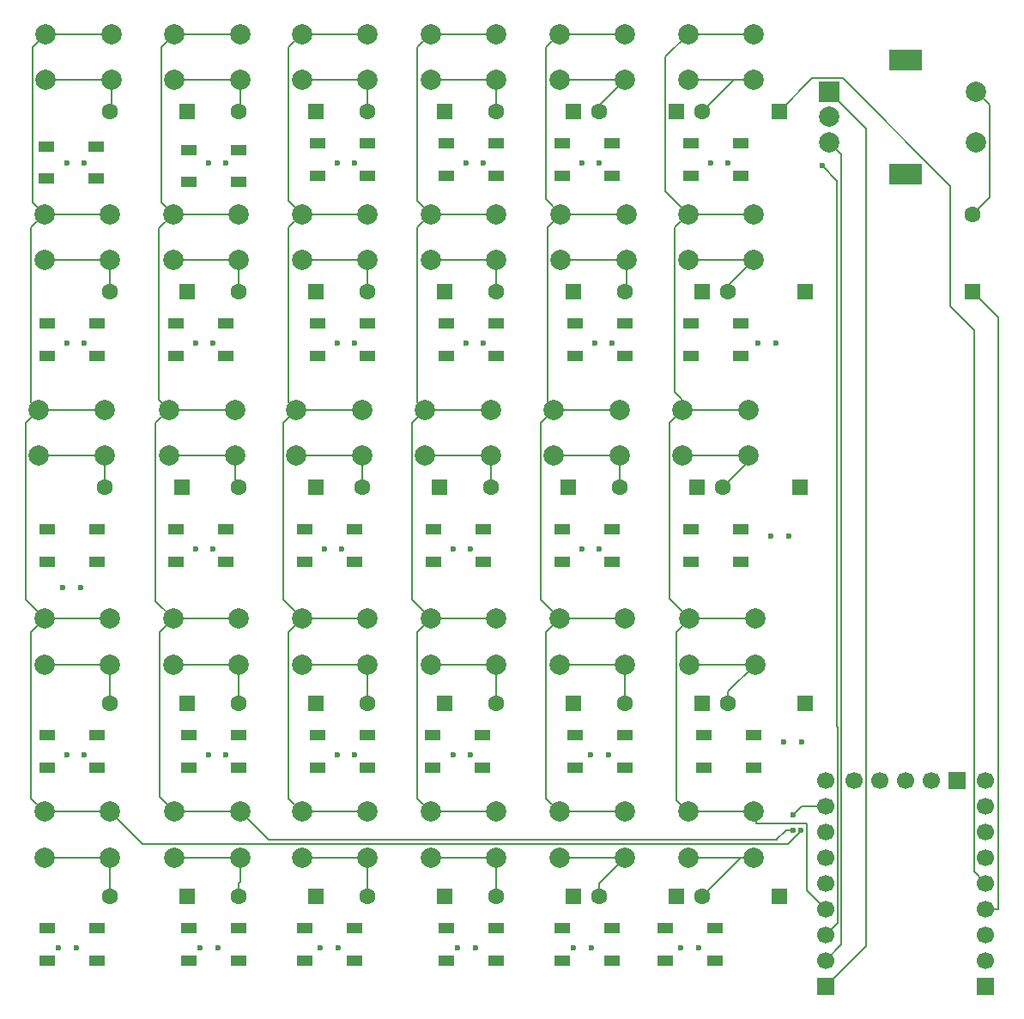
<source format=gbr>
%TF.GenerationSoftware,KiCad,Pcbnew,9.0.7*%
%TF.CreationDate,2026-02-20T03:41:17+09:00*%
%TF.ProjectId,YmmKeyboardMX,596d6d4b-6579-4626-9f61-72644d582e6b,rev?*%
%TF.SameCoordinates,Original*%
%TF.FileFunction,Copper,L1,Top*%
%TF.FilePolarity,Positive*%
%FSLAX46Y46*%
G04 Gerber Fmt 4.6, Leading zero omitted, Abs format (unit mm)*
G04 Created by KiCad (PCBNEW 9.0.7) date 2026-02-20 03:41:17*
%MOMM*%
%LPD*%
G01*
G04 APERTURE LIST*
G04 Aperture macros list*
%AMRoundRect*
0 Rectangle with rounded corners*
0 $1 Rounding radius*
0 $2 $3 $4 $5 $6 $7 $8 $9 X,Y pos of 4 corners*
0 Add a 4 corners polygon primitive as box body*
4,1,4,$2,$3,$4,$5,$6,$7,$8,$9,$2,$3,0*
0 Add four circle primitives for the rounded corners*
1,1,$1+$1,$2,$3*
1,1,$1+$1,$4,$5*
1,1,$1+$1,$6,$7*
1,1,$1+$1,$8,$9*
0 Add four rect primitives between the rounded corners*
20,1,$1+$1,$2,$3,$4,$5,0*
20,1,$1+$1,$4,$5,$6,$7,0*
20,1,$1+$1,$6,$7,$8,$9,0*
20,1,$1+$1,$8,$9,$2,$3,0*%
G04 Aperture macros list end*
%TA.AperFunction,ComponentPad*%
%ADD10RoundRect,0.250000X0.550000X0.550000X-0.550000X0.550000X-0.550000X-0.550000X0.550000X-0.550000X0*%
%TD*%
%TA.AperFunction,ComponentPad*%
%ADD11C,1.600000*%
%TD*%
%TA.AperFunction,SMDPad,CuDef*%
%ADD12R,1.500000X1.000000*%
%TD*%
%TA.AperFunction,ComponentPad*%
%ADD13C,2.000000*%
%TD*%
%TA.AperFunction,ComponentPad*%
%ADD14RoundRect,0.250000X0.550000X-0.550000X0.550000X0.550000X-0.550000X0.550000X-0.550000X-0.550000X0*%
%TD*%
%TA.AperFunction,ComponentPad*%
%ADD15R,2.000000X2.000000*%
%TD*%
%TA.AperFunction,ComponentPad*%
%ADD16R,3.200000X2.000000*%
%TD*%
%TA.AperFunction,ComponentPad*%
%ADD17R,1.700000X1.700000*%
%TD*%
%TA.AperFunction,ComponentPad*%
%ADD18C,1.700000*%
%TD*%
%TA.AperFunction,ViaPad*%
%ADD19C,0.600000*%
%TD*%
%TA.AperFunction,Conductor*%
%ADD20C,0.200000*%
%TD*%
G04 APERTURE END LIST*
D10*
%TO.P,D5,1,K*%
%TO.N,Net-(D2-K)*%
X185420000Y-35560000D03*
D11*
%TO.P,D5,2,A*%
%TO.N,Net-(D5-A)*%
X177800000Y-35560000D03*
%TD*%
D12*
%TO.P,D44,1,VSS*%
%TO.N,GND*%
X133530000Y-76810000D03*
%TO.P,D44,2,DIN*%
%TO.N,Net-(D43-DOUT)*%
X133530000Y-80010000D03*
%TO.P,D44,3,VDD*%
%TO.N,+5V*%
X138430000Y-80010000D03*
%TO.P,D44,4,DOUT*%
%TO.N,Net-(D44-DOUT)*%
X138430000Y-76810000D03*
%TD*%
D10*
%TO.P,D19,1,K*%
%TO.N,Net-(D14-K)*%
X207720000Y-72680000D03*
D11*
%TO.P,D19,2,A*%
%TO.N,Net-(D19-A)*%
X200100000Y-72680000D03*
%TD*%
D13*
%TO.P,SW18,1,1*%
%TO.N,Net-(SW12-Pad1)*%
X183440000Y-65060000D03*
X189940000Y-65060000D03*
%TO.P,SW18,2,2*%
%TO.N,Net-(D18-A)*%
X183440000Y-69560000D03*
X189940000Y-69560000D03*
%TD*%
D10*
%TO.P,D31,1,K*%
%TO.N,Net-(D26-K)*%
X205740000Y-113030000D03*
D11*
%TO.P,D31,2,A*%
%TO.N,Net-(D31-A)*%
X198120000Y-113030000D03*
%TD*%
D13*
%TO.P,SW19,1,1*%
%TO.N,Net-(SW13-Pad1)*%
X196140000Y-65060000D03*
X202640000Y-65060000D03*
%TO.P,SW19,2,2*%
%TO.N,Net-(D19-A)*%
X196140000Y-69560000D03*
X202640000Y-69560000D03*
%TD*%
D12*
%TO.P,D46,1,VSS*%
%TO.N,GND*%
X158930000Y-76810000D03*
%TO.P,D46,2,DIN*%
%TO.N,Net-(D45-DOUT)*%
X158930000Y-80010000D03*
%TO.P,D46,3,VDD*%
%TO.N,+5V*%
X163830000Y-80010000D03*
%TO.P,D46,4,DOUT*%
%TO.N,Net-(D46-DOUT)*%
X163830000Y-76810000D03*
%TD*%
D13*
%TO.P,SW31,1,1*%
%TO.N,Net-(SW13-Pad1)*%
X196700000Y-104720000D03*
X203200000Y-104720000D03*
%TO.P,SW31,2,2*%
%TO.N,Net-(D31-A)*%
X196700000Y-109220000D03*
X203200000Y-109220000D03*
%TD*%
D12*
%TO.P,D49,1,VSS*%
%TO.N,GND*%
X197030000Y-76810000D03*
%TO.P,D49,2,DIN*%
%TO.N,Net-(D48-DOUT)*%
X197030000Y-80010000D03*
%TO.P,D49,3,VDD*%
%TO.N,+5V*%
X201930000Y-80010000D03*
%TO.P,D49,4,DOUT*%
%TO.N,Net-(D49-DOUT)*%
X201930000Y-76810000D03*
%TD*%
D10*
%TO.P,D3,1,K*%
%TO.N,Net-(D2-K)*%
X160020000Y-35560000D03*
D11*
%TO.P,D3,2,A*%
%TO.N,Net-(D3-A)*%
X152400000Y-35560000D03*
%TD*%
D10*
%TO.P,D18,1,K*%
%TO.N,Net-(D14-K)*%
X197560000Y-72680000D03*
D11*
%TO.P,D18,2,A*%
%TO.N,Net-(D18-A)*%
X189940000Y-72680000D03*
%TD*%
D12*
%TO.P,D35,1,VSS*%
%TO.N,GND*%
X172900000Y-38710000D03*
%TO.P,D35,2,DIN*%
%TO.N,Net-(D34-DOUT)*%
X172900000Y-41910000D03*
%TO.P,D35,3,VDD*%
%TO.N,+5V*%
X177800000Y-41910000D03*
%TO.P,D35,4,DOUT*%
%TO.N,Net-(D35-DOUT)*%
X177800000Y-38710000D03*
%TD*%
D10*
%TO.P,D26,1,K*%
%TO.N,Net-(D26-K)*%
X147320000Y-113030000D03*
D11*
%TO.P,D26,2,A*%
%TO.N,Net-(D26-A)*%
X139700000Y-113030000D03*
%TD*%
D13*
%TO.P,SW7,1,1*%
%TO.N,Net-(SW13-Pad1)*%
X196700000Y-27940000D03*
X203200000Y-27940000D03*
%TO.P,SW7,2,2*%
%TO.N,Net-(D7-A)*%
X196700000Y-32440000D03*
X203200000Y-32440000D03*
%TD*%
D10*
%TO.P,D6,1,K*%
%TO.N,Net-(D2-K)*%
X195580000Y-35560000D03*
D11*
%TO.P,D6,2,A*%
%TO.N,Net-(D6-A)*%
X187960000Y-35560000D03*
%TD*%
D12*
%TO.P,D1,1,VSS*%
%TO.N,GND*%
X133440000Y-39040000D03*
%TO.P,D1,2,DIN*%
%TO.N,Net-(D1-DIN)*%
X133440000Y-42240000D03*
%TO.P,D1,3,VDD*%
%TO.N,+5V*%
X138340000Y-42240000D03*
%TO.P,D1,4,DOUT*%
%TO.N,Net-(D1-DOUT)*%
X138340000Y-39040000D03*
%TD*%
D10*
%TO.P,D27,1,K*%
%TO.N,Net-(D26-K)*%
X160020000Y-113030000D03*
D11*
%TO.P,D27,2,A*%
%TO.N,Net-(D27-A)*%
X152400000Y-113030000D03*
%TD*%
D12*
%TO.P,D56,1,VSS*%
%TO.N,GND*%
X133530000Y-116180000D03*
%TO.P,D56,2,DIN*%
%TO.N,Net-(D55-DOUT)*%
X133530000Y-119380000D03*
%TO.P,D56,3,VDD*%
%TO.N,+5V*%
X138430000Y-119380000D03*
%TO.P,D56,4,DOUT*%
%TO.N,Net-(D56-DOUT)*%
X138430000Y-116180000D03*
%TD*%
D10*
%TO.P,D15,1,K*%
%TO.N,Net-(D14-K)*%
X160020000Y-72680000D03*
D11*
%TO.P,D15,2,A*%
%TO.N,Net-(D15-A)*%
X152400000Y-72680000D03*
%TD*%
D13*
%TO.P,SW22,1,1*%
%TO.N,Net-(SW10-Pad1)*%
X158600000Y-85670000D03*
X165100000Y-85670000D03*
%TO.P,SW22,2,2*%
%TO.N,Net-(D22-A)*%
X158600000Y-90170000D03*
X165100000Y-90170000D03*
%TD*%
D12*
%TO.P,D33,1,VSS*%
%TO.N,GND*%
X147500000Y-39370000D03*
%TO.P,D33,2,DIN*%
%TO.N,Net-(D1-DOUT)*%
X147500000Y-42570000D03*
%TO.P,D33,3,VDD*%
%TO.N,+5V*%
X152400000Y-42570000D03*
%TO.P,D33,4,DOUT*%
%TO.N,Net-(D33-DOUT)*%
X152400000Y-39370000D03*
%TD*%
D13*
%TO.P,SW29,1,1*%
%TO.N,Net-(SW11-Pad1)*%
X171300000Y-104720000D03*
X177800000Y-104720000D03*
%TO.P,SW29,2,2*%
%TO.N,Net-(D29-A)*%
X171300000Y-109220000D03*
X177800000Y-109220000D03*
%TD*%
D10*
%TO.P,D28,1,K*%
%TO.N,Net-(D26-K)*%
X172720000Y-113030000D03*
D11*
%TO.P,D28,2,A*%
%TO.N,Net-(D28-A)*%
X165100000Y-113030000D03*
%TD*%
D13*
%TO.P,SW4,1,1*%
%TO.N,Net-(SW10-Pad1)*%
X158600000Y-27940000D03*
X165100000Y-27940000D03*
%TO.P,SW4,2,2*%
%TO.N,Net-(D4-A)*%
X158600000Y-32440000D03*
X165100000Y-32440000D03*
%TD*%
D10*
%TO.P,D13,1,K*%
%TO.N,Net-(D10-K)*%
X208280000Y-53340000D03*
D11*
%TO.P,D13,2,A*%
%TO.N,Net-(D13-A)*%
X200660000Y-53340000D03*
%TD*%
D13*
%TO.P,SW16,1,1*%
%TO.N,Net-(SW10-Pad1)*%
X158040000Y-65060000D03*
X164540000Y-65060000D03*
%TO.P,SW16,2,2*%
%TO.N,Net-(D16-A)*%
X158040000Y-69560000D03*
X164540000Y-69560000D03*
%TD*%
D10*
%TO.P,D8,1,K*%
%TO.N,Net-(D10-K)*%
X147320000Y-53340000D03*
D11*
%TO.P,D8,2,A*%
%TO.N,Net-(D8-A)*%
X139700000Y-53340000D03*
%TD*%
D12*
%TO.P,D50,1,VSS*%
%TO.N,GND*%
X133530000Y-97130000D03*
%TO.P,D50,2,DIN*%
%TO.N,Net-(D49-DOUT)*%
X133530000Y-100330000D03*
%TO.P,D50,3,VDD*%
%TO.N,+5V*%
X138430000Y-100330000D03*
%TO.P,D50,4,DOUT*%
%TO.N,Net-(D50-DOUT)*%
X138430000Y-97130000D03*
%TD*%
D10*
%TO.P,D4,1,K*%
%TO.N,Net-(D2-K)*%
X172720000Y-35560000D03*
D11*
%TO.P,D4,2,A*%
%TO.N,Net-(D4-A)*%
X165100000Y-35560000D03*
%TD*%
D10*
%TO.P,D16,1,K*%
%TO.N,Net-(D14-K)*%
X172160000Y-72680000D03*
D11*
%TO.P,D16,2,A*%
%TO.N,Net-(D16-A)*%
X164540000Y-72680000D03*
%TD*%
D10*
%TO.P,D11,1,K*%
%TO.N,Net-(D10-K)*%
X185420000Y-53340000D03*
D11*
%TO.P,D11,2,A*%
%TO.N,Net-(D11-A)*%
X177800000Y-53340000D03*
%TD*%
D13*
%TO.P,SW27,1,1*%
%TO.N,Net-(SW15-Pad1)*%
X146050000Y-104720000D03*
X152550000Y-104720000D03*
%TO.P,SW27,2,2*%
%TO.N,Net-(D27-A)*%
X146050000Y-109220000D03*
X152550000Y-109220000D03*
%TD*%
D12*
%TO.P,D48,1,VSS*%
%TO.N,GND*%
X184330000Y-76810000D03*
%TO.P,D48,2,DIN*%
%TO.N,Net-(D47-DOUT)*%
X184330000Y-80010000D03*
%TO.P,D48,3,VDD*%
%TO.N,+5V*%
X189230000Y-80010000D03*
%TO.P,D48,4,DOUT*%
%TO.N,Net-(D48-DOUT)*%
X189230000Y-76810000D03*
%TD*%
D13*
%TO.P,SW24,1,1*%
%TO.N,Net-(SW12-Pad1)*%
X184000000Y-85670000D03*
X190500000Y-85670000D03*
%TO.P,SW24,2,2*%
%TO.N,Net-(D24-A)*%
X184000000Y-90170000D03*
X190500000Y-90170000D03*
%TD*%
D12*
%TO.P,D45,1,VSS*%
%TO.N,GND*%
X146230000Y-76810000D03*
%TO.P,D45,2,DIN*%
%TO.N,Net-(D44-DOUT)*%
X146230000Y-80010000D03*
%TO.P,D45,3,VDD*%
%TO.N,+5V*%
X151130000Y-80010000D03*
%TO.P,D45,4,DOUT*%
%TO.N,Net-(D45-DOUT)*%
X151130000Y-76810000D03*
%TD*%
D10*
%TO.P,D25,1,K*%
%TO.N,Net-(D20-K)*%
X208280000Y-93980000D03*
D11*
%TO.P,D25,2,A*%
%TO.N,Net-(D25-A)*%
X200660000Y-93980000D03*
%TD*%
D13*
%TO.P,SW10,1,1*%
%TO.N,Net-(SW10-Pad1)*%
X158600000Y-45720000D03*
X165100000Y-45720000D03*
%TO.P,SW10,2,2*%
%TO.N,Net-(D10-A)*%
X158600000Y-50220000D03*
X165100000Y-50220000D03*
%TD*%
D12*
%TO.P,D57,1,VSS*%
%TO.N,GND*%
X147500000Y-116180000D03*
%TO.P,D57,2,DIN*%
%TO.N,Net-(D56-DOUT)*%
X147500000Y-119380000D03*
%TO.P,D57,3,VDD*%
%TO.N,+5V*%
X152400000Y-119380000D03*
%TO.P,D57,4,DOUT*%
%TO.N,Net-(D57-DOUT)*%
X152400000Y-116180000D03*
%TD*%
D13*
%TO.P,SW8,1,1*%
%TO.N,Net-(SW14-Pad1)*%
X133200000Y-45720000D03*
X139700000Y-45720000D03*
%TO.P,SW8,2,2*%
%TO.N,Net-(D8-A)*%
X133200000Y-50220000D03*
X139700000Y-50220000D03*
%TD*%
%TO.P,SW6,1,1*%
%TO.N,Net-(SW12-Pad1)*%
X184000000Y-27940000D03*
X190500000Y-27940000D03*
%TO.P,SW6,2,2*%
%TO.N,Net-(D6-A)*%
X184000000Y-32440000D03*
X190500000Y-32440000D03*
%TD*%
D12*
%TO.P,D34,1,VSS*%
%TO.N,GND*%
X160200000Y-38710000D03*
%TO.P,D34,2,DIN*%
%TO.N,Net-(D33-DOUT)*%
X160200000Y-41910000D03*
%TO.P,D34,3,VDD*%
%TO.N,+5V*%
X165100000Y-41910000D03*
%TO.P,D34,4,DOUT*%
%TO.N,Net-(D34-DOUT)*%
X165100000Y-38710000D03*
%TD*%
%TO.P,D55,1,VSS*%
%TO.N,GND*%
X198300000Y-97130000D03*
%TO.P,D55,2,DIN*%
%TO.N,Net-(D54-DOUT)*%
X198300000Y-100330000D03*
%TO.P,D55,3,VDD*%
%TO.N,+5V*%
X203200000Y-100330000D03*
%TO.P,D55,4,DOUT*%
%TO.N,Net-(D55-DOUT)*%
X203200000Y-97130000D03*
%TD*%
D10*
%TO.P,D2,1,K*%
%TO.N,Net-(D2-K)*%
X147320000Y-35560000D03*
D11*
%TO.P,D2,2,A*%
%TO.N,Net-(D2-A)*%
X139700000Y-35560000D03*
%TD*%
D12*
%TO.P,D40,1,VSS*%
%TO.N,GND*%
X160200000Y-56490000D03*
%TO.P,D40,2,DIN*%
%TO.N,Net-(D39-DOUT)*%
X160200000Y-59690000D03*
%TO.P,D40,3,VDD*%
%TO.N,+5V*%
X165100000Y-59690000D03*
%TO.P,D40,4,DOUT*%
%TO.N,Net-(D40-DOUT)*%
X165100000Y-56490000D03*
%TD*%
D13*
%TO.P,SW28,1,1*%
%TO.N,Net-(SW10-Pad1)*%
X158600000Y-104720000D03*
X165100000Y-104720000D03*
%TO.P,SW28,2,2*%
%TO.N,Net-(D28-A)*%
X158600000Y-109220000D03*
X165100000Y-109220000D03*
%TD*%
D10*
%TO.P,D9,1,K*%
%TO.N,Net-(D10-K)*%
X160020000Y-53340000D03*
D11*
%TO.P,D9,2,A*%
%TO.N,Net-(D9-A)*%
X152400000Y-53340000D03*
%TD*%
D10*
%TO.P,D12,1,K*%
%TO.N,Net-(D10-K)*%
X198120000Y-53340000D03*
D11*
%TO.P,D12,2,A*%
%TO.N,Net-(D12-A)*%
X190500000Y-53340000D03*
%TD*%
D13*
%TO.P,SW9,1,1*%
%TO.N,Net-(SW15-Pad1)*%
X145900000Y-45720000D03*
X152400000Y-45720000D03*
%TO.P,SW9,2,2*%
%TO.N,Net-(D9-A)*%
X145900000Y-50220000D03*
X152400000Y-50220000D03*
%TD*%
D12*
%TO.P,D54,1,VSS*%
%TO.N,GND*%
X185600000Y-97130000D03*
%TO.P,D54,2,DIN*%
%TO.N,Net-(D53-DOUT)*%
X185600000Y-100330000D03*
%TO.P,D54,3,VDD*%
%TO.N,+5V*%
X190500000Y-100330000D03*
%TO.P,D54,4,DOUT*%
%TO.N,Net-(D54-DOUT)*%
X190500000Y-97130000D03*
%TD*%
%TO.P,D47,1,VSS*%
%TO.N,GND*%
X171630000Y-76810000D03*
%TO.P,D47,2,DIN*%
%TO.N,Net-(D46-DOUT)*%
X171630000Y-80010000D03*
%TO.P,D47,3,VDD*%
%TO.N,+5V*%
X176530000Y-80010000D03*
%TO.P,D47,4,DOUT*%
%TO.N,Net-(D47-DOUT)*%
X176530000Y-76810000D03*
%TD*%
D10*
%TO.P,D17,1,K*%
%TO.N,Net-(D14-K)*%
X184860000Y-72680000D03*
D11*
%TO.P,D17,2,A*%
%TO.N,Net-(D17-A)*%
X177240000Y-72680000D03*
%TD*%
D10*
%TO.P,D29,1,K*%
%TO.N,Net-(D26-K)*%
X185420000Y-113030000D03*
D11*
%TO.P,D29,2,A*%
%TO.N,Net-(D29-A)*%
X177800000Y-113030000D03*
%TD*%
D10*
%TO.P,D30,1,K*%
%TO.N,Net-(D26-K)*%
X195580000Y-113030000D03*
D11*
%TO.P,D30,2,A*%
%TO.N,Net-(D30-A)*%
X187960000Y-113030000D03*
%TD*%
D14*
%TO.P,D32,1,K*%
%TO.N,Net-(D32-K)*%
X224790000Y-53340000D03*
D11*
%TO.P,D32,2,A*%
%TO.N,Net-(D32-A)*%
X224790000Y-45720000D03*
%TD*%
D12*
%TO.P,D36,1,VSS*%
%TO.N,GND*%
X184330000Y-38710000D03*
%TO.P,D36,2,DIN*%
%TO.N,Net-(D35-DOUT)*%
X184330000Y-41910000D03*
%TO.P,D36,3,VDD*%
%TO.N,+5V*%
X189230000Y-41910000D03*
%TO.P,D36,4,DOUT*%
%TO.N,Net-(D36-DOUT)*%
X189230000Y-38710000D03*
%TD*%
%TO.P,D60,1,VSS*%
%TO.N,GND*%
X184330000Y-116180000D03*
%TO.P,D60,2,DIN*%
%TO.N,Net-(D59-DOUT)*%
X184330000Y-119380000D03*
%TO.P,D60,3,VDD*%
%TO.N,+5V*%
X189230000Y-119380000D03*
%TO.P,D60,4,DOUT*%
%TO.N,Net-(D60-DOUT)*%
X189230000Y-116180000D03*
%TD*%
%TO.P,D61,1,VSS*%
%TO.N,GND*%
X194490000Y-116180000D03*
%TO.P,D61,2,DIN*%
%TO.N,Net-(D60-DOUT)*%
X194490000Y-119380000D03*
%TO.P,D61,3,VDD*%
%TO.N,+5V*%
X199390000Y-119380000D03*
%TO.P,D61,4,DOUT*%
%TO.N,unconnected-(D61-DOUT-Pad4)*%
X199390000Y-116180000D03*
%TD*%
D13*
%TO.P,SW25,1,1*%
%TO.N,Net-(SW13-Pad1)*%
X196850000Y-85670000D03*
X203350000Y-85670000D03*
%TO.P,SW25,2,2*%
%TO.N,Net-(D25-A)*%
X196850000Y-90170000D03*
X203350000Y-90170000D03*
%TD*%
D12*
%TO.P,D51,1,VSS*%
%TO.N,GND*%
X147500000Y-97130000D03*
%TO.P,D51,2,DIN*%
%TO.N,Net-(D50-DOUT)*%
X147500000Y-100330000D03*
%TO.P,D51,3,VDD*%
%TO.N,+5V*%
X152400000Y-100330000D03*
%TO.P,D51,4,DOUT*%
%TO.N,Net-(D51-DOUT)*%
X152400000Y-97130000D03*
%TD*%
%TO.P,D41,1,VSS*%
%TO.N,GND*%
X172900000Y-56490000D03*
%TO.P,D41,2,DIN*%
%TO.N,Net-(D40-DOUT)*%
X172900000Y-59690000D03*
%TO.P,D41,3,VDD*%
%TO.N,+5V*%
X177800000Y-59690000D03*
%TO.P,D41,4,DOUT*%
%TO.N,Net-(D41-DOUT)*%
X177800000Y-56490000D03*
%TD*%
%TO.P,D53,1,VSS*%
%TO.N,GND*%
X171540000Y-97130000D03*
%TO.P,D53,2,DIN*%
%TO.N,Net-(D52-DOUT)*%
X171540000Y-100330000D03*
%TO.P,D53,3,VDD*%
%TO.N,+5V*%
X176440000Y-100330000D03*
%TO.P,D53,4,DOUT*%
%TO.N,Net-(D53-DOUT)*%
X176440000Y-97130000D03*
%TD*%
%TO.P,D42,1,VSS*%
%TO.N,GND*%
X185600000Y-56490000D03*
%TO.P,D42,2,DIN*%
%TO.N,Net-(D41-DOUT)*%
X185600000Y-59690000D03*
%TO.P,D42,3,VDD*%
%TO.N,+5V*%
X190500000Y-59690000D03*
%TO.P,D42,4,DOUT*%
%TO.N,Net-(D42-DOUT)*%
X190500000Y-56490000D03*
%TD*%
D10*
%TO.P,D22,1,K*%
%TO.N,Net-(D20-K)*%
X172720000Y-93980000D03*
D11*
%TO.P,D22,2,A*%
%TO.N,Net-(D22-A)*%
X165100000Y-93980000D03*
%TD*%
D15*
%TO.P,SW32,A,A*%
%TO.N,Net-(SW32-PadA)*%
X210640000Y-33640000D03*
D13*
%TO.P,SW32,B,B*%
%TO.N,Net-(SW32-PadB)*%
X210640000Y-38640000D03*
%TO.P,SW32,C,C*%
%TO.N,GND*%
X210640000Y-36140000D03*
D16*
%TO.P,SW32,MP*%
%TO.N,N/C*%
X218140000Y-30540000D03*
X218140000Y-41740000D03*
D13*
%TO.P,SW32,S1,S1*%
%TO.N,Net-(SW32-PadS1)*%
X225140000Y-38640000D03*
%TO.P,SW32,S2,S2*%
%TO.N,Net-(D32-A)*%
X225140000Y-33640000D03*
%TD*%
%TO.P,SW3,1,1*%
%TO.N,Net-(SW15-Pad1)*%
X146050000Y-27940000D03*
X152550000Y-27940000D03*
%TO.P,SW3,2,2*%
%TO.N,Net-(D3-A)*%
X146050000Y-32440000D03*
X152550000Y-32440000D03*
%TD*%
D12*
%TO.P,D52,1,VSS*%
%TO.N,GND*%
X160200000Y-97130000D03*
%TO.P,D52,2,DIN*%
%TO.N,Net-(D51-DOUT)*%
X160200000Y-100330000D03*
%TO.P,D52,3,VDD*%
%TO.N,+5V*%
X165100000Y-100330000D03*
%TO.P,D52,4,DOUT*%
%TO.N,Net-(D52-DOUT)*%
X165100000Y-97130000D03*
%TD*%
D13*
%TO.P,SW13,1,1*%
%TO.N,Net-(SW13-Pad1)*%
X196700000Y-45720000D03*
X203200000Y-45720000D03*
%TO.P,SW13,2,2*%
%TO.N,Net-(D13-A)*%
X196700000Y-50220000D03*
X203200000Y-50220000D03*
%TD*%
D12*
%TO.P,D58,1,VSS*%
%TO.N,GND*%
X158930000Y-116180000D03*
%TO.P,D58,2,DIN*%
%TO.N,Net-(D57-DOUT)*%
X158930000Y-119380000D03*
%TO.P,D58,3,VDD*%
%TO.N,+5V*%
X163830000Y-119380000D03*
%TO.P,D58,4,DOUT*%
%TO.N,Net-(D58-DOUT)*%
X163830000Y-116180000D03*
%TD*%
D13*
%TO.P,SW14,1,1*%
%TO.N,Net-(SW14-Pad1)*%
X132640000Y-65060000D03*
X139140000Y-65060000D03*
%TO.P,SW14,2,2*%
%TO.N,Net-(D14-A)*%
X132640000Y-69560000D03*
X139140000Y-69560000D03*
%TD*%
%TO.P,SW30,1,1*%
%TO.N,Net-(SW12-Pad1)*%
X184000000Y-104720000D03*
X190500000Y-104720000D03*
%TO.P,SW30,2,2*%
%TO.N,Net-(D30-A)*%
X184000000Y-109220000D03*
X190500000Y-109220000D03*
%TD*%
%TO.P,SW11,1,1*%
%TO.N,Net-(SW11-Pad1)*%
X171300000Y-45720000D03*
X177800000Y-45720000D03*
%TO.P,SW11,2,2*%
%TO.N,Net-(D11-A)*%
X171300000Y-50220000D03*
X177800000Y-50220000D03*
%TD*%
%TO.P,SW12,1,1*%
%TO.N,Net-(SW12-Pad1)*%
X184150000Y-45720000D03*
X190650000Y-45720000D03*
%TO.P,SW12,2,2*%
%TO.N,Net-(D12-A)*%
X184150000Y-50220000D03*
X190650000Y-50220000D03*
%TD*%
%TO.P,SW21,1,1*%
%TO.N,Net-(SW15-Pad1)*%
X145900000Y-85670000D03*
X152400000Y-85670000D03*
%TO.P,SW21,2,2*%
%TO.N,Net-(D21-A)*%
X145900000Y-90170000D03*
X152400000Y-90170000D03*
%TD*%
D10*
%TO.P,D20,1,K*%
%TO.N,Net-(D20-K)*%
X147320000Y-93980000D03*
D11*
%TO.P,D20,2,A*%
%TO.N,Net-(D20-A)*%
X139700000Y-93980000D03*
%TD*%
D10*
%TO.P,D21,1,K*%
%TO.N,Net-(D20-K)*%
X160020000Y-93980000D03*
D11*
%TO.P,D21,2,A*%
%TO.N,Net-(D21-A)*%
X152400000Y-93980000D03*
%TD*%
D13*
%TO.P,SW17,1,1*%
%TO.N,Net-(SW11-Pad1)*%
X170740000Y-65060000D03*
X177240000Y-65060000D03*
%TO.P,SW17,2,2*%
%TO.N,Net-(D17-A)*%
X170740000Y-69560000D03*
X177240000Y-69560000D03*
%TD*%
D10*
%TO.P,D14,1,K*%
%TO.N,Net-(D14-K)*%
X146760000Y-72680000D03*
D11*
%TO.P,D14,2,A*%
%TO.N,Net-(D14-A)*%
X139140000Y-72680000D03*
%TD*%
D13*
%TO.P,SW15,1,1*%
%TO.N,Net-(SW15-Pad1)*%
X145490000Y-65060000D03*
X151990000Y-65060000D03*
%TO.P,SW15,2,2*%
%TO.N,Net-(D15-A)*%
X145490000Y-69560000D03*
X151990000Y-69560000D03*
%TD*%
D12*
%TO.P,D59,1,VSS*%
%TO.N,GND*%
X172900000Y-116180000D03*
%TO.P,D59,2,DIN*%
%TO.N,Net-(D58-DOUT)*%
X172900000Y-119380000D03*
%TO.P,D59,3,VDD*%
%TO.N,+5V*%
X177800000Y-119380000D03*
%TO.P,D59,4,DOUT*%
%TO.N,Net-(D59-DOUT)*%
X177800000Y-116180000D03*
%TD*%
%TO.P,D37,1,VSS*%
%TO.N,GND*%
X197030000Y-38710000D03*
%TO.P,D37,2,DIN*%
%TO.N,Net-(D36-DOUT)*%
X197030000Y-41910000D03*
%TO.P,D37,3,VDD*%
%TO.N,+5V*%
X201930000Y-41910000D03*
%TO.P,D37,4,DOUT*%
%TO.N,Net-(D37-DOUT)*%
X201930000Y-38710000D03*
%TD*%
D13*
%TO.P,SW23,1,1*%
%TO.N,Net-(SW11-Pad1)*%
X171300000Y-85670000D03*
X177800000Y-85670000D03*
%TO.P,SW23,2,2*%
%TO.N,Net-(D23-A)*%
X171300000Y-90170000D03*
X177800000Y-90170000D03*
%TD*%
D12*
%TO.P,D43,1,VSS*%
%TO.N,GND*%
X197030000Y-56490000D03*
%TO.P,D43,2,DIN*%
%TO.N,Net-(D42-DOUT)*%
X197030000Y-59690000D03*
%TO.P,D43,3,VDD*%
%TO.N,+5V*%
X201930000Y-59690000D03*
%TO.P,D43,4,DOUT*%
%TO.N,Net-(D43-DOUT)*%
X201930000Y-56490000D03*
%TD*%
D10*
%TO.P,D24,1,K*%
%TO.N,Net-(D20-K)*%
X198120000Y-93980000D03*
D11*
%TO.P,D24,2,A*%
%TO.N,Net-(D24-A)*%
X190500000Y-93980000D03*
%TD*%
D10*
%TO.P,D10,1,K*%
%TO.N,Net-(D10-K)*%
X172720000Y-53340000D03*
D11*
%TO.P,D10,2,A*%
%TO.N,Net-(D10-A)*%
X165100000Y-53340000D03*
%TD*%
D13*
%TO.P,SW20,1,1*%
%TO.N,Net-(SW14-Pad1)*%
X133200000Y-85670000D03*
X139700000Y-85670000D03*
%TO.P,SW20,2,2*%
%TO.N,Net-(D20-A)*%
X133200000Y-90170000D03*
X139700000Y-90170000D03*
%TD*%
D10*
%TO.P,D23,1,K*%
%TO.N,Net-(D20-K)*%
X185420000Y-93980000D03*
D11*
%TO.P,D23,2,A*%
%TO.N,Net-(D23-A)*%
X177800000Y-93980000D03*
%TD*%
D13*
%TO.P,SW2,1,1*%
%TO.N,Net-(SW14-Pad1)*%
X133350000Y-27940000D03*
X139850000Y-27940000D03*
%TO.P,SW2,2,2*%
%TO.N,Net-(D2-A)*%
X133350000Y-32440000D03*
X139850000Y-32440000D03*
%TD*%
%TO.P,SW26,1,1*%
%TO.N,Net-(SW14-Pad1)*%
X133200000Y-104720000D03*
X139700000Y-104720000D03*
%TO.P,SW26,2,2*%
%TO.N,Net-(D26-A)*%
X133200000Y-109220000D03*
X139700000Y-109220000D03*
%TD*%
D12*
%TO.P,D38,1,VSS*%
%TO.N,GND*%
X133530000Y-56490000D03*
%TO.P,D38,2,DIN*%
%TO.N,Net-(D37-DOUT)*%
X133530000Y-59690000D03*
%TO.P,D38,3,VDD*%
%TO.N,+5V*%
X138430000Y-59690000D03*
%TO.P,D38,4,DOUT*%
%TO.N,Net-(D38-DOUT)*%
X138430000Y-56490000D03*
%TD*%
D17*
%TO.P,U1,0,0*%
%TO.N,Net-(SW32-PadA)*%
X210280000Y-121930000D03*
D18*
%TO.P,U1,1,1*%
%TO.N,Net-(SW32-PadB)*%
X210280000Y-119390000D03*
%TO.P,U1,2,2*%
%TO.N,Net-(SW32-PadS1)*%
X210280000Y-116850000D03*
%TO.P,U1,3,3*%
%TO.N,Net-(SW13-Pad1)*%
X210280000Y-114310000D03*
%TO.P,U1,4,4*%
%TO.N,Net-(SW12-Pad1)*%
X210280000Y-111770000D03*
%TO.P,U1,5,5*%
%TO.N,Net-(SW11-Pad1)*%
X210280000Y-109230000D03*
%TO.P,U1,6,6*%
%TO.N,Net-(SW10-Pad1)*%
X210280000Y-106690000D03*
%TO.P,U1,7,7*%
%TO.N,Net-(SW15-Pad1)*%
X210280000Y-104150000D03*
%TO.P,U1,8,8*%
%TO.N,Net-(SW14-Pad1)*%
X210280000Y-101610000D03*
%TO.P,U1,9,9*%
%TO.N,unconnected-(U1-Pad9)*%
X213110000Y-101620000D03*
%TO.P,U1,10,10*%
%TO.N,unconnected-(U1-Pad10)*%
X215650000Y-101620000D03*
%TO.P,U1,11,11*%
%TO.N,unconnected-(U1-Pad11)*%
X218190000Y-101620000D03*
%TO.P,U1,12,12*%
%TO.N,unconnected-(U1-Pad12)*%
X220730000Y-101620000D03*
D17*
%TO.P,U1,13,13*%
%TO.N,Net-(D1-DIN)*%
X223270000Y-101620000D03*
D18*
%TO.P,U1,14,14*%
%TO.N,Net-(D26-K)*%
X226060000Y-101600000D03*
%TO.P,U1,15,15*%
%TO.N,Net-(D20-K)*%
X226060000Y-104140000D03*
%TO.P,U1,26,26*%
%TO.N,Net-(D14-K)*%
X226060000Y-106680000D03*
%TO.P,U1,27,27*%
%TO.N,Net-(D10-K)*%
X226060000Y-109220000D03*
%TO.P,U1,28,28*%
%TO.N,Net-(D2-K)*%
X226060000Y-111760000D03*
%TO.P,U1,29,29*%
%TO.N,Net-(D32-K)*%
X226060000Y-114300000D03*
%TO.P,U1,30,3V3*%
%TO.N,unconnected-(U1-3V3-Pad30)*%
X226060000Y-116840000D03*
%TO.P,U1,31,GND*%
%TO.N,GND*%
X226060000Y-119380000D03*
D17*
%TO.P,U1,32,5V*%
%TO.N,+5V*%
X226060000Y-121920000D03*
%TD*%
D12*
%TO.P,D39,1,VSS*%
%TO.N,GND*%
X146230000Y-56490000D03*
%TO.P,D39,2,DIN*%
%TO.N,Net-(D38-DOUT)*%
X146230000Y-59690000D03*
%TO.P,D39,3,VDD*%
%TO.N,+5V*%
X151130000Y-59690000D03*
%TO.P,D39,4,DOUT*%
%TO.N,Net-(D39-DOUT)*%
X151130000Y-56490000D03*
%TD*%
D13*
%TO.P,SW5,1,1*%
%TO.N,Net-(SW11-Pad1)*%
X171300000Y-27940000D03*
X177800000Y-27940000D03*
%TO.P,SW5,2,2*%
%TO.N,Net-(D5-A)*%
X171300000Y-32440000D03*
X177800000Y-32440000D03*
%TD*%
D10*
%TO.P,D7,1,K*%
%TO.N,Net-(D2-K)*%
X205740000Y-35560000D03*
D11*
%TO.P,D7,2,A*%
%TO.N,Net-(D7-A)*%
X198120000Y-35560000D03*
%TD*%
D19*
%TO.N,GND*%
X133530000Y-76810000D03*
X185600000Y-56490000D03*
X184330000Y-76810000D03*
X195987500Y-118110000D03*
X184330000Y-116180000D03*
X171540000Y-97130000D03*
X172900000Y-56490000D03*
X149860000Y-58420000D03*
X162105000Y-40640000D03*
X188822500Y-99060000D03*
X147500000Y-116180000D03*
X194490000Y-116180000D03*
X185600000Y-97130000D03*
X135027500Y-82550000D03*
X210640000Y-36140000D03*
X147500000Y-39370000D03*
X133530000Y-56490000D03*
X163830000Y-58420000D03*
X198935000Y-40640000D03*
X147500000Y-97130000D03*
X133530000Y-116180000D03*
X149405000Y-40640000D03*
X160835000Y-78740000D03*
X146230000Y-76810000D03*
X197030000Y-76810000D03*
X186235000Y-40640000D03*
X135435000Y-40640000D03*
X172900000Y-116180000D03*
X185420000Y-118110000D03*
X148590000Y-118110000D03*
X189230000Y-58420000D03*
X160200000Y-38710000D03*
X148135000Y-78740000D03*
X134620000Y-118110000D03*
X173535000Y-78740000D03*
X226060000Y-119380000D03*
X172900000Y-38710000D03*
X186235000Y-78740000D03*
X137160000Y-58420000D03*
X197030000Y-38710000D03*
X160200000Y-56490000D03*
X158930000Y-76810000D03*
X205332500Y-58420000D03*
X173990000Y-118110000D03*
X146230000Y-56490000D03*
X184330000Y-38710000D03*
X175260000Y-99060000D03*
X197030000Y-56490000D03*
X174805000Y-40640000D03*
X204877500Y-77470000D03*
X133440000Y-39040000D03*
X198300000Y-97130000D03*
X158930000Y-116180000D03*
X137160000Y-99060000D03*
X176530000Y-58420000D03*
X163830000Y-99060000D03*
X171630000Y-76810000D03*
X160200000Y-97130000D03*
X133530000Y-97130000D03*
X151130000Y-99060000D03*
X160427500Y-118110000D03*
X207872500Y-97790000D03*
%TO.N,Net-(D1-DOUT)*%
X147500000Y-42570000D03*
X138340000Y-39040000D03*
%TO.N,Net-(D1-DIN)*%
X133440000Y-42240000D03*
%TO.N,Net-(D33-DOUT)*%
X160200000Y-41910000D03*
X152400000Y-39370000D03*
%TO.N,Net-(D34-DOUT)*%
X165100000Y-38710000D03*
X172900000Y-41910000D03*
%TO.N,Net-(D35-DOUT)*%
X177800000Y-38710000D03*
X184330000Y-41910000D03*
%TO.N,Net-(D36-DOUT)*%
X189230000Y-38710000D03*
X197030000Y-41910000D03*
%TO.N,Net-(D37-DOUT)*%
X201930000Y-38710000D03*
X133350000Y-59690000D03*
%TO.N,Net-(D38-DOUT)*%
X138430000Y-56490000D03*
X146230000Y-59690000D03*
%TO.N,Net-(D39-DOUT)*%
X160200000Y-59690000D03*
X151130000Y-56490000D03*
%TO.N,Net-(D40-DOUT)*%
X165100000Y-56490000D03*
X172900000Y-59690000D03*
%TO.N,Net-(D41-DOUT)*%
X185600000Y-59690000D03*
X177800000Y-56490000D03*
%TO.N,Net-(D42-DOUT)*%
X190500000Y-56490000D03*
X197030000Y-59690000D03*
%TO.N,Net-(D43-DOUT)*%
X133530000Y-80010000D03*
X201930000Y-56490000D03*
%TO.N,Net-(D44-DOUT)*%
X138430000Y-76810000D03*
X146230000Y-80010000D03*
%TO.N,Net-(D45-DOUT)*%
X151130000Y-76810000D03*
X158930000Y-80010000D03*
X151130000Y-76810000D03*
%TO.N,Net-(D46-DOUT)*%
X171630000Y-80010000D03*
X163830000Y-76810000D03*
%TO.N,Net-(D47-DOUT)*%
X176530000Y-76810000D03*
X184330000Y-80010000D03*
%TO.N,Net-(D48-DOUT)*%
X189230000Y-76810000D03*
X197030000Y-80010000D03*
%TO.N,Net-(D49-DOUT)*%
X201930000Y-76810000D03*
X133530000Y-100330000D03*
%TO.N,Net-(D50-DOUT)*%
X147500000Y-100330000D03*
X138430000Y-97130000D03*
%TO.N,Net-(D51-DOUT)*%
X152400000Y-97130000D03*
X160200000Y-100330000D03*
%TO.N,Net-(D52-DOUT)*%
X165100000Y-97130000D03*
X171540000Y-100330000D03*
%TO.N,Net-(D53-DOUT)*%
X185600000Y-100330000D03*
X176440000Y-97130000D03*
%TO.N,Net-(D54-DOUT)*%
X190500000Y-97130000D03*
X198300000Y-100330000D03*
%TO.N,Net-(D55-DOUT)*%
X133530000Y-119380000D03*
X203200000Y-97130000D03*
%TO.N,Net-(D56-DOUT)*%
X138430000Y-116180000D03*
X147500000Y-119380000D03*
%TO.N,Net-(D57-DOUT)*%
X158930000Y-119380000D03*
X152400000Y-116180000D03*
%TO.N,Net-(D58-DOUT)*%
X163830000Y-116180000D03*
X172900000Y-119380000D03*
%TO.N,Net-(D59-DOUT)*%
X177800000Y-116180000D03*
X184330000Y-119380000D03*
%TO.N,Net-(D60-DOUT)*%
X189230000Y-116180000D03*
X194490000Y-119380000D03*
%TO.N,unconnected-(D61-DOUT-Pad4)*%
X199390000Y-116180000D03*
%TO.N,Net-(SW14-Pad1)*%
X207860000Y-106530000D03*
%TO.N,Net-(SW15-Pad1)*%
X207060000Y-105040000D03*
X207060158Y-106514000D03*
%TO.N,Net-(SW32-PadS1)*%
X225140000Y-38640000D03*
X209930000Y-40970000D03*
%TO.N,+5V*%
X175260000Y-78740000D03*
X189230000Y-119380000D03*
X200660000Y-40640000D03*
X137160000Y-40640000D03*
X151130000Y-59690000D03*
X152400000Y-42570000D03*
X189230000Y-80010000D03*
X176530000Y-80010000D03*
X165100000Y-100330000D03*
X177800000Y-41910000D03*
X199390000Y-119380000D03*
X176530000Y-40640000D03*
X135435000Y-58420000D03*
X151130000Y-40640000D03*
X176440000Y-100330000D03*
X206147500Y-97790000D03*
X187145000Y-118110000D03*
X190500000Y-100330000D03*
X149860000Y-78740000D03*
X174805000Y-58420000D03*
X163830000Y-80010000D03*
X136345000Y-118110000D03*
X203200000Y-100330000D03*
X150315000Y-118110000D03*
X226060000Y-121920000D03*
X177800000Y-59690000D03*
X190500000Y-59690000D03*
X148135000Y-58420000D03*
X152400000Y-100330000D03*
X165100000Y-41910000D03*
X138430000Y-119380000D03*
X138430000Y-100330000D03*
X189230000Y-41910000D03*
X162105000Y-58420000D03*
X203607500Y-58420000D03*
X162560000Y-78740000D03*
X201930000Y-59690000D03*
X151130000Y-80010000D03*
X136752500Y-82550000D03*
X162152500Y-118110000D03*
X197712500Y-118110000D03*
X187097500Y-99060000D03*
X149405000Y-99060000D03*
X138340000Y-42240000D03*
X187960000Y-78740000D03*
X177800000Y-119380000D03*
X201930000Y-41910000D03*
X201930000Y-80010000D03*
X165100000Y-59690000D03*
X175715000Y-118110000D03*
X138430000Y-80010000D03*
X206602500Y-77470000D03*
X152400000Y-119380000D03*
X162105000Y-99060000D03*
X173535000Y-99060000D03*
X135435000Y-99060000D03*
X187505000Y-58420000D03*
X138430000Y-59690000D03*
X200660000Y-40640000D03*
X163830000Y-119380000D03*
X163830000Y-40640000D03*
X187960000Y-40640000D03*
%TD*%
D20*
%TO.N,Net-(D2-A)*%
X133350000Y-32440000D02*
X139850000Y-32440000D01*
X139850000Y-32440000D02*
X139850000Y-35410000D01*
X139850000Y-35410000D02*
X139700000Y-35560000D01*
%TO.N,Net-(D2-K)*%
X224909000Y-110609000D02*
X224909000Y-57189000D01*
X211941000Y-32339000D02*
X208961000Y-32339000D01*
X208961000Y-32339000D02*
X205740000Y-35560000D01*
X222530000Y-54810000D02*
X222530000Y-42928000D01*
X226060000Y-111760000D02*
X224909000Y-110609000D01*
X222530000Y-42928000D02*
X211941000Y-32339000D01*
X224909000Y-57189000D02*
X222530000Y-54810000D01*
%TO.N,Net-(D3-A)*%
X146050000Y-32440000D02*
X152550000Y-32440000D01*
X152550000Y-32440000D02*
X152550000Y-35410000D01*
X152550000Y-35410000D02*
X152400000Y-35560000D01*
%TO.N,Net-(D4-A)*%
X165100000Y-32440000D02*
X165100000Y-35560000D01*
X158600000Y-32440000D02*
X165100000Y-32440000D01*
%TO.N,Net-(D5-A)*%
X171300000Y-32440000D02*
X177800000Y-32440000D01*
X177800000Y-32440000D02*
X177800000Y-35560000D01*
%TO.N,Net-(D6-A)*%
X187960000Y-34980000D02*
X187960000Y-35560000D01*
X184000000Y-32440000D02*
X190500000Y-32440000D01*
X190500000Y-32440000D02*
X187960000Y-34980000D01*
%TO.N,Net-(D7-A)*%
X196700000Y-32440000D02*
X203200000Y-32440000D01*
X201240000Y-32440000D02*
X198120000Y-35560000D01*
X203200000Y-32440000D02*
X201240000Y-32440000D01*
%TO.N,Net-(D8-A)*%
X133200000Y-50220000D02*
X139700000Y-50220000D01*
X139700000Y-50220000D02*
X139700000Y-53340000D01*
%TO.N,Net-(D9-A)*%
X152400000Y-50220000D02*
X152400000Y-53340000D01*
X145900000Y-50220000D02*
X152400000Y-50220000D01*
%TO.N,Net-(D10-A)*%
X165100000Y-50220000D02*
X165100000Y-53340000D01*
X158600000Y-50220000D02*
X165100000Y-50220000D01*
%TO.N,Net-(D11-A)*%
X177800000Y-50220000D02*
X177800000Y-53340000D01*
X171300000Y-50220000D02*
X177800000Y-50220000D01*
%TO.N,Net-(D12-A)*%
X190650000Y-53190000D02*
X190500000Y-53340000D01*
X190650000Y-50220000D02*
X190650000Y-53190000D01*
X184150000Y-50220000D02*
X190650000Y-50220000D01*
%TO.N,Net-(D13-A)*%
X200660000Y-52760000D02*
X200660000Y-53340000D01*
X203200000Y-50220000D02*
X200660000Y-52760000D01*
X196700000Y-50220000D02*
X203200000Y-50220000D01*
%TO.N,Net-(D14-A)*%
X132640000Y-69560000D02*
X139140000Y-69560000D01*
X139140000Y-69560000D02*
X139140000Y-72680000D01*
%TO.N,Net-(D15-A)*%
X151990000Y-72270000D02*
X152400000Y-72680000D01*
X151990000Y-69560000D02*
X151990000Y-72270000D01*
X145490000Y-69560000D02*
X151990000Y-69560000D01*
%TO.N,Net-(D16-A)*%
X164540000Y-69560000D02*
X164540000Y-72680000D01*
X158040000Y-69560000D02*
X164540000Y-69560000D01*
%TO.N,Net-(D17-A)*%
X170740000Y-69560000D02*
X177240000Y-69560000D01*
X177240000Y-69560000D02*
X177240000Y-72680000D01*
%TO.N,Net-(D18-A)*%
X183440000Y-69560000D02*
X189940000Y-69560000D01*
X189940000Y-69560000D02*
X189940000Y-72680000D01*
%TO.N,Net-(D19-A)*%
X202640000Y-69560000D02*
X202640000Y-70140000D01*
X196140000Y-69560000D02*
X202640000Y-69560000D01*
X202640000Y-70140000D02*
X200100000Y-72680000D01*
%TO.N,Net-(D20-A)*%
X133200000Y-90170000D02*
X139700000Y-90170000D01*
X139700000Y-90170000D02*
X139700000Y-93980000D01*
%TO.N,Net-(D21-A)*%
X145900000Y-90170000D02*
X152400000Y-90170000D01*
X152400000Y-90170000D02*
X152400000Y-93980000D01*
%TO.N,Net-(D22-A)*%
X165100000Y-90170000D02*
X165100000Y-93980000D01*
X158600000Y-90170000D02*
X165100000Y-90170000D01*
%TO.N,Net-(D23-A)*%
X171300000Y-90170000D02*
X177800000Y-90170000D01*
X177800000Y-90170000D02*
X177800000Y-93980000D01*
%TO.N,Net-(D24-A)*%
X184000000Y-90170000D02*
X190500000Y-90170000D01*
X190500000Y-90170000D02*
X190500000Y-93980000D01*
%TO.N,Net-(D25-A)*%
X203350000Y-90170000D02*
X200660000Y-92860000D01*
X196850000Y-90170000D02*
X203350000Y-90170000D01*
X200660000Y-92860000D02*
X200660000Y-93980000D01*
%TO.N,Net-(D26-A)*%
X139700000Y-109220000D02*
X139700000Y-113030000D01*
X133200000Y-109220000D02*
X139700000Y-109220000D01*
%TO.N,Net-(D27-A)*%
X152400000Y-113030000D02*
X152400000Y-111760000D01*
X146050000Y-109220000D02*
X152550000Y-109220000D01*
X152400000Y-111760000D02*
X152550000Y-111610000D01*
X152550000Y-111610000D02*
X152550000Y-109220000D01*
%TO.N,Net-(D28-A)*%
X165100000Y-109220000D02*
X165100000Y-113030000D01*
X158600000Y-109220000D02*
X165100000Y-109220000D01*
%TO.N,Net-(D29-A)*%
X177800000Y-113030000D02*
X177800000Y-109220000D01*
X171300000Y-109220000D02*
X177800000Y-109220000D01*
%TO.N,Net-(D30-A)*%
X184000000Y-109220000D02*
X190500000Y-109220000D01*
X190500000Y-109220000D02*
X187960000Y-111760000D01*
X187960000Y-111760000D02*
X187960000Y-113030000D01*
%TO.N,Net-(D31-A)*%
X196700000Y-109220000D02*
X203200000Y-109220000D01*
X203200000Y-109220000D02*
X201930000Y-109220000D01*
X201930000Y-109220000D02*
X198120000Y-113030000D01*
%TO.N,Net-(D32-K)*%
X224790000Y-53340000D02*
X227330000Y-55880000D01*
X227330000Y-55880000D02*
X227330000Y-114300000D01*
X227330000Y-114300000D02*
X226060000Y-114300000D01*
%TO.N,Net-(D32-A)*%
X226441000Y-44069000D02*
X224790000Y-45720000D01*
X225140000Y-33640000D02*
X226441000Y-34941000D01*
X226441000Y-34941000D02*
X226441000Y-44069000D01*
%TO.N,Net-(SW14-Pad1)*%
X132049000Y-44569000D02*
X133200000Y-45720000D01*
X131899000Y-103419000D02*
X131899000Y-86971000D01*
X133350000Y-27940000D02*
X139850000Y-27940000D01*
X132640000Y-65060000D02*
X131339000Y-66361000D01*
X132049000Y-29241000D02*
X132049000Y-44569000D01*
X133200000Y-45720000D02*
X131899000Y-47021000D01*
X133200000Y-85670000D02*
X139700000Y-85670000D01*
X131339000Y-66361000D02*
X131339000Y-83809000D01*
X207940000Y-106530000D02*
X207860000Y-106530000D01*
X131899000Y-86971000D02*
X133200000Y-85670000D01*
X139140000Y-65060000D02*
X132640000Y-65060000D01*
X142899000Y-107919000D02*
X206551000Y-107919000D01*
X131339000Y-83809000D02*
X133200000Y-85670000D01*
X131899000Y-47021000D02*
X131899000Y-64319000D01*
X133350000Y-27940000D02*
X132049000Y-29241000D01*
X131899000Y-64319000D02*
X132640000Y-65060000D01*
X206551000Y-107919000D02*
X207940000Y-106530000D01*
X139700000Y-104720000D02*
X142899000Y-107919000D01*
X139700000Y-104720000D02*
X133200000Y-104720000D01*
X133200000Y-45720000D02*
X139700000Y-45720000D01*
X133200000Y-104720000D02*
X131899000Y-103419000D01*
%TO.N,Net-(SW15-Pad1)*%
X151820000Y-85670000D02*
X145900000Y-85670000D01*
X207060000Y-105040000D02*
X207950000Y-104150000D01*
X145900000Y-45720000D02*
X144749000Y-44569000D01*
X144189000Y-66361000D02*
X144189000Y-83959000D01*
X144599000Y-86971000D02*
X145900000Y-85670000D01*
X207056158Y-106510000D02*
X207060158Y-106514000D01*
X206388000Y-106510000D02*
X207056158Y-106510000D01*
X144599000Y-103269000D02*
X144599000Y-86971000D01*
X144749000Y-44569000D02*
X144749000Y-29241000D01*
X205380000Y-107518000D02*
X206388000Y-106510000D01*
X145490000Y-65060000D02*
X144490000Y-64060000D01*
X207950000Y-104150000D02*
X210280000Y-104150000D01*
X144189000Y-83959000D02*
X145900000Y-85670000D01*
X151990000Y-65060000D02*
X145490000Y-65060000D01*
X155348000Y-107518000D02*
X205380000Y-107518000D01*
X144490000Y-64060000D02*
X144490000Y-47130000D01*
X152550000Y-104720000D02*
X155348000Y-107518000D01*
X145490000Y-65060000D02*
X144189000Y-66361000D01*
X146050000Y-104720000D02*
X144599000Y-103269000D01*
X152400000Y-85090000D02*
X151820000Y-85670000D01*
X205380000Y-107518000D02*
X205488000Y-107518000D01*
X152550000Y-27940000D02*
X146050000Y-27940000D01*
X145900000Y-45720000D02*
X152400000Y-45720000D01*
X144749000Y-29241000D02*
X146050000Y-27940000D01*
X152550000Y-104720000D02*
X146050000Y-104720000D01*
X152400000Y-85670000D02*
X152400000Y-85090000D01*
X144490000Y-47130000D02*
X145900000Y-45720000D01*
%TO.N,Net-(SW10-Pad1)*%
X165100000Y-85670000D02*
X158600000Y-85670000D01*
X157299000Y-47021000D02*
X157299000Y-64319000D01*
X164540000Y-65060000D02*
X164810000Y-65060000D01*
X158600000Y-45720000D02*
X157299000Y-47021000D01*
X165100000Y-27940000D02*
X158600000Y-27940000D01*
X157299000Y-64319000D02*
X158040000Y-65060000D01*
X158600000Y-85670000D02*
X157299000Y-86971000D01*
X158600000Y-85670000D02*
X156739000Y-83809000D01*
X158600000Y-27940000D02*
X157299000Y-29241000D01*
X158600000Y-104720000D02*
X165100000Y-104720000D01*
X156739000Y-66361000D02*
X158040000Y-65060000D01*
X164810000Y-65060000D02*
X158040000Y-65060000D01*
X157299000Y-103419000D02*
X158600000Y-104720000D01*
X157299000Y-44419000D02*
X158600000Y-45720000D01*
X156739000Y-83809000D02*
X156739000Y-66361000D01*
X157299000Y-86971000D02*
X157299000Y-103419000D01*
X157299000Y-29241000D02*
X157299000Y-44419000D01*
X164810000Y-65060000D02*
X165100000Y-64770000D01*
X165100000Y-45720000D02*
X158600000Y-45720000D01*
%TO.N,Net-(SW11-Pad1)*%
X177800000Y-104720000D02*
X177800000Y-104140000D01*
X169999000Y-47021000D02*
X171300000Y-45720000D01*
X169999000Y-64319000D02*
X169999000Y-47021000D01*
X170740000Y-65060000D02*
X169439000Y-66361000D01*
X169999000Y-29241000D02*
X171300000Y-27940000D01*
X170740000Y-65060000D02*
X169999000Y-64319000D01*
X169439000Y-83809000D02*
X171300000Y-85670000D01*
X169999000Y-86971000D02*
X171300000Y-85670000D01*
X177800000Y-104720000D02*
X171300000Y-104720000D01*
X171300000Y-85670000D02*
X177800000Y-85670000D01*
X177240000Y-65060000D02*
X170740000Y-65060000D01*
X169439000Y-66361000D02*
X169439000Y-83809000D01*
X169999000Y-103419000D02*
X169999000Y-86971000D01*
X171300000Y-104720000D02*
X169999000Y-103419000D01*
X171300000Y-45720000D02*
X169999000Y-44419000D01*
X171300000Y-27940000D02*
X177800000Y-27940000D01*
X177800000Y-45720000D02*
X171300000Y-45720000D01*
X169999000Y-44419000D02*
X169999000Y-29241000D01*
%TO.N,Net-(SW12-Pad1)*%
X182699000Y-29241000D02*
X182699000Y-44269000D01*
X182699000Y-44269000D02*
X184150000Y-45720000D01*
X182849000Y-64469000D02*
X183440000Y-65060000D01*
X184000000Y-27940000D02*
X182699000Y-29241000D01*
X182699000Y-86971000D02*
X184000000Y-85670000D01*
X182139000Y-83809000D02*
X184000000Y-85670000D01*
X184150000Y-45720000D02*
X182849000Y-47021000D01*
X182139000Y-66361000D02*
X182139000Y-83809000D01*
X190500000Y-104720000D02*
X184000000Y-104720000D01*
X183440000Y-65060000D02*
X189940000Y-65060000D01*
X184000000Y-104720000D02*
X182699000Y-103419000D01*
X183440000Y-65060000D02*
X182139000Y-66361000D01*
X182699000Y-103419000D02*
X182699000Y-86971000D01*
X184150000Y-45720000D02*
X190650000Y-45720000D01*
X182849000Y-47021000D02*
X182849000Y-64469000D01*
X184000000Y-85670000D02*
X190500000Y-85670000D01*
X190500000Y-27940000D02*
X184000000Y-27940000D01*
%TO.N,Net-(SW13-Pad1)*%
X194479000Y-43499000D02*
X194479000Y-30161000D01*
X208460000Y-105880000D02*
X208460000Y-112490000D01*
X194839000Y-83659000D02*
X196850000Y-85670000D01*
X203450000Y-104970000D02*
X203450000Y-105914000D01*
X208460000Y-112490000D02*
X210280000Y-114310000D01*
X202640000Y-65060000D02*
X196140000Y-65060000D01*
X203200000Y-27940000D02*
X196700000Y-27940000D01*
X196140000Y-65060000D02*
X196560000Y-65060000D01*
X196140000Y-65060000D02*
X194839000Y-66361000D01*
X196700000Y-104720000D02*
X195549000Y-103569000D01*
X195549000Y-86971000D02*
X196850000Y-85670000D01*
X195399000Y-63319000D02*
X195399000Y-47021000D01*
X196700000Y-104720000D02*
X203200000Y-104720000D01*
X196850000Y-64770000D02*
X195399000Y-63319000D01*
X196700000Y-45720000D02*
X203200000Y-45720000D01*
X196700000Y-45720000D02*
X194479000Y-43499000D01*
X203200000Y-104720000D02*
X203450000Y-104970000D01*
X203450000Y-105914000D02*
X208426000Y-105914000D01*
X194479000Y-30161000D02*
X196700000Y-27940000D01*
X196560000Y-65060000D02*
X196850000Y-64770000D01*
X196850000Y-85670000D02*
X203350000Y-85670000D01*
X194839000Y-66361000D02*
X194839000Y-83659000D01*
X208426000Y-105914000D02*
X208460000Y-105880000D01*
X195549000Y-103569000D02*
X195549000Y-86971000D01*
X195399000Y-47021000D02*
X196700000Y-45720000D01*
%TO.N,Net-(SW32-PadA)*%
X210280000Y-121930000D02*
X214270000Y-117940000D01*
X214270000Y-37270000D02*
X210640000Y-33640000D01*
X214270000Y-117940000D02*
X214270000Y-37270000D01*
%TO.N,Net-(SW32-PadS1)*%
X210280000Y-116850000D02*
X211431000Y-115699000D01*
X211431000Y-96331000D02*
X211400000Y-96300000D01*
X211400000Y-96300000D02*
X211400000Y-42440000D01*
X209930000Y-40970000D02*
X209880000Y-40920000D01*
X211431000Y-115699000D02*
X211431000Y-96331000D01*
X211400000Y-42440000D02*
X209930000Y-40970000D01*
%TO.N,Net-(SW32-PadB)*%
X210280000Y-119390000D02*
X211832000Y-117838000D01*
X211800000Y-39800000D02*
X210640000Y-38640000D01*
X211832000Y-96164900D02*
X211800000Y-96132900D01*
X211800000Y-96132900D02*
X211800000Y-39800000D01*
X211832000Y-117838000D02*
X211832000Y-96164900D01*
%TD*%
M02*

</source>
